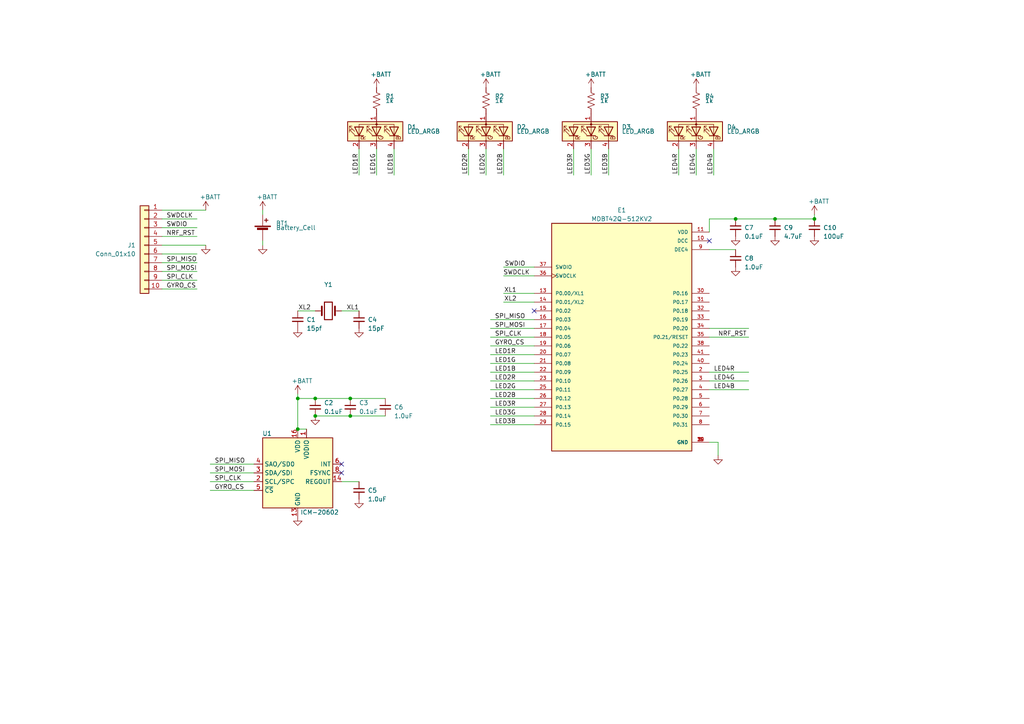
<source format=kicad_sch>
(kicad_sch (version 20201015) (generator eeschema)
  (page 1 1)
  (paper "A4")
  (lib_symbols
    (symbol "Connector_Generic:Conn_01x10" (pin_names (offset 1.016) hide)
      (property "Reference" "J" (at 0 12.7 0))
      (property "Value" "Conn_01x10" (at 0 -15.24 0))
      (symbol "Conn_01x10_1_1"
        (rectangle (start -1.27 -4.953) (end 0 -5.207) (stroke (width 0.1524)))
        (rectangle (start -1.27 -7.493) (end 0 -7.747) (stroke (width 0.1524)))
        (rectangle (start -1.27 -10.033) (end 0 -10.287) (stroke (width 0.1524)))
        (rectangle (start -1.27 -12.573) (end 0 -12.827) (stroke (width 0.1524)))
        (rectangle (start -1.27 -2.413) (end 0 -2.667) (stroke (width 0.1524)))
        (rectangle (start -1.27 2.667) (end 0 2.413) (stroke (width 0.1524)))
        (rectangle (start -1.27 5.207) (end 0 4.953) (stroke (width 0.1524)))
        (rectangle (start -1.27 7.747) (end 0 7.493) (stroke (width 0.1524)))
        (rectangle (start -1.27 10.287) (end 0 10.033) (stroke (width 0.1524)))
        (rectangle (start -1.27 11.43) (end 1.27 -13.97) (stroke (width 0.254)) (fill (type background)))
        (rectangle (start -1.27 0.127) (end 0 -0.127) (stroke (width 0.1524)))
        (pin passive line (at -5.08 10.16 0) (length 3.81) (name "Pin_1") (number "1"))
        (pin passive line (at -5.08 -12.7 0) (length 3.81) (name "Pin_10") (number "10"))
        (pin passive line (at -5.08 7.62 0) (length 3.81) (name "Pin_2") (number "2"))
        (pin passive line (at -5.08 5.08 0) (length 3.81) (name "Pin_3") (number "3"))
        (pin passive line (at -5.08 2.54 0) (length 3.81) (name "Pin_4") (number "4"))
        (pin passive line (at -5.08 0 0) (length 3.81) (name "Pin_5") (number "5"))
        (pin passive line (at -5.08 -2.54 0) (length 3.81) (name "Pin_6") (number "6"))
        (pin passive line (at -5.08 -5.08 0) (length 3.81) (name "Pin_7") (number "7"))
        (pin passive line (at -5.08 -7.62 0) (length 3.81) (name "Pin_8") (number "8"))
        (pin passive line (at -5.08 -10.16 0) (length 3.81) (name "Pin_9") (number "9"))
      )
    )
    (symbol "Device:Battery_Cell" (pin_numbers hide) (pin_names (offset 0) hide)
      (property "Reference" "BT" (at 2.54 2.54 0))
      (property "Value" "Battery_Cell" (at 2.54 0 0))
      (symbol "Battery_Cell_0_1"
        (rectangle (start -2.286 1.778) (end 2.286 1.524) (fill (type outline)))
        (rectangle (start -1.5748 1.1938) (end 1.4732 0.6858) (fill (type outline)))
        (polyline (pts (xy 0 0.762) (xy 0 0)))
        (polyline (pts (xy 0 1.778) (xy 0 2.54)))
        (polyline (pts (xy 0.508 3.429) (xy 1.524 3.429)) (stroke (width 0.254)))
        (polyline (pts (xy 1.016 3.937) (xy 1.016 2.921)) (stroke (width 0.254)))
      )
      (symbol "Battery_Cell_1_1"
        (pin passive line (at 0 5.08 270) (length 2.54) (name "+") (number "1"))
        (pin passive line (at 0 -2.54 90) (length 2.54) (name "-") (number "2"))
      )
    )
    (symbol "Device:C_Small" (pin_numbers hide) (pin_names (offset 0.254) hide)
      (property "Reference" "C" (at 0.254 1.778 0))
      (property "Value" "C_Small" (at 0.254 -2.032 0))
      (symbol "C_Small_0_1"
        (polyline (pts (xy -1.524 -0.508) (xy 1.524 -0.508)) (stroke (width 0.3302)))
        (polyline (pts (xy -1.524 0.508) (xy 1.524 0.508)) (stroke (width 0.3048)))
      )
      (symbol "C_Small_1_1"
        (pin passive line (at 0 2.54 270) (length 2.032) (name "~") (number "1"))
        (pin passive line (at 0 -2.54 90) (length 2.032) (name "~") (number "2"))
      )
    )
    (symbol "Device:Crystal" (pin_numbers hide) (pin_names (offset 1.016) hide)
      (property "Reference" "Y" (at 0 3.81 0))
      (property "Value" "Crystal" (at 0 -3.81 0))
      (symbol "Crystal_0_1"
        (rectangle (start -1.143 2.54) (end 1.143 -2.54) (stroke (width 0.3048)))
        (polyline (pts (xy -2.54 0) (xy -1.905 0)))
        (polyline (pts (xy -1.905 -1.27) (xy -1.905 1.27)) (stroke (width 0.508)))
        (polyline (pts (xy 1.905 -1.27) (xy 1.905 1.27)) (stroke (width 0.508)))
        (polyline (pts (xy 2.54 0) (xy 1.905 0)))
      )
      (symbol "Crystal_1_1"
        (pin passive line (at -3.81 0 0) (length 1.27) (name "1") (number "1"))
        (pin passive line (at 3.81 0 180) (length 1.27) (name "2") (number "2"))
      )
    )
    (symbol "Device:LED_ARGB" (pin_names (offset 0) hide)
      (property "Reference" "D" (at 0 9.398 0))
      (property "Value" "LED_ARGB" (at 0 -8.89 0))
      (symbol "LED_ARGB_0_1"
        (circle (center 2.032 0) (radius 0.254) (fill (type outline)))
        (rectangle (start 1.27 -1.27) (end 1.27 1.27))
        (rectangle (start 1.27 1.27) (end 1.27 1.27))
        (rectangle (start 1.27 3.81) (end 1.27 6.35))
        (rectangle (start 1.27 6.35) (end 1.27 6.35))
        (rectangle (start 2.794 8.382) (end -2.794 -7.62) (stroke (width 0.254)) (fill (type background)))
        (polyline (pts (xy -1.27 -5.08) (xy -2.54 -5.08)))
        (polyline (pts (xy -1.27 -5.08) (xy 1.27 -5.08)))
        (polyline (pts (xy -1.27 -3.81) (xy -1.27 -6.35)) (stroke (width 0.254)))
        (polyline (pts (xy -1.27 0) (xy -2.54 0)))
        (polyline (pts (xy -1.27 1.27) (xy -1.27 -1.27)) (stroke (width 0.254)))
        (polyline (pts (xy -1.27 5.08) (xy -2.54 5.08)))
        (polyline (pts (xy -1.27 5.08) (xy 1.27 5.08)))
        (polyline (pts (xy -1.27 6.35) (xy -1.27 3.81)) (stroke (width 0.254)))
        (polyline (pts (xy 1.27 0) (xy -1.27 0)))
        (polyline (pts (xy 1.27 0) (xy 2.54 0)))
        (polyline (pts (xy -1.27 1.27) (xy -1.27 -1.27) (xy -1.27 -1.27)))
        (polyline (pts (xy -1.27 6.35) (xy -1.27 3.81) (xy -1.27 3.81)))
        (polyline (pts (xy 1.27 -5.08) (xy 2.032 -5.08) (xy 2.032 5.08) (xy 1.27 5.08)))
        (polyline (pts (xy 1.27 -3.81) (xy 1.27 -6.35) (xy -1.27 -5.08) (xy 1.27 -3.81)) (stroke (width 0.254)))
        (polyline (pts (xy 1.27 1.27) (xy 1.27 -1.27) (xy -1.27 0) (xy 1.27 1.27)) (stroke (width 0.254)))
        (polyline (pts (xy 1.27 6.35) (xy 1.27 3.81) (xy -1.27 5.08) (xy 1.27 6.35)) (stroke (width 0.254)))
        (polyline (pts (xy -1.016 -3.81) (xy 0.508 -2.286) (xy -0.254 -2.286) (xy 0.508 -2.286) (xy 0.508 -3.048)))
        (polyline (pts (xy -1.016 1.27) (xy 0.508 2.794) (xy -0.254 2.794) (xy 0.508 2.794) (xy 0.508 2.032)))
        (polyline (pts (xy -1.016 6.35) (xy 0.508 7.874) (xy -0.254 7.874) (xy 0.508 7.874) (xy 0.508 7.112)))
        (polyline (pts (xy 0 -3.81) (xy 1.524 -2.286) (xy 0.762 -2.286) (xy 1.524 -2.286) (xy 1.524 -3.048)))
        (polyline (pts (xy 0 1.27) (xy 1.524 2.794) (xy 0.762 2.794) (xy 1.524 2.794) (xy 1.524 2.032)))
        (polyline (pts (xy 0 6.35) (xy 1.524 7.874) (xy 0.762 7.874) (xy 1.524 7.874) (xy 1.524 7.112)))
      )
      (symbol "LED_ARGB_0_0"
        (text "B" (at -1.905 -6.35 0) (effects (font (size 1.27 1.27))))
        (text "G" (at -1.905 -1.27 0) (effects (font (size 1.27 1.27))))
        (text "R" (at -1.905 3.81 0) (effects (font (size 1.27 1.27))))
      )
      (symbol "LED_ARGB_1_1"
        (pin passive line (at 5.08 0 180) (length 2.54) (name "A") (number "1"))
        (pin passive line (at -5.08 5.08 0) (length 2.54) (name "RK") (number "2"))
        (pin passive line (at -5.08 0 0) (length 2.54) (name "GK") (number "3"))
        (pin passive line (at -5.08 -5.08 0) (length 2.54) (name "BK") (number "4"))
      )
    )
    (symbol "Device:R_US" (pin_numbers hide) (pin_names (offset 0))
      (property "Reference" "R" (at 2.54 0 90))
      (property "Value" "R_US" (at -2.54 0 90))
      (symbol "R_US_0_1"
        (polyline (pts (xy 0 -2.286) (xy 0 -2.54)))
        (polyline (pts (xy 0 2.286) (xy 0 2.54)))
        (polyline (pts (xy 0 -0.762) (xy 1.016 -1.143) (xy 0 -1.524) (xy -1.016 -1.905) (xy 0 -2.286)))
        (polyline (pts (xy 0 0.762) (xy 1.016 0.381) (xy 0 0) (xy -1.016 -0.381) (xy 0 -0.762)))
        (polyline (pts (xy 0 2.286) (xy 1.016 1.905) (xy 0 1.524) (xy -1.016 1.143) (xy 0 0.762)))
      )
      (symbol "R_US_1_1"
        (pin passive line (at 0 3.81 270) (length 1.27) (name "~") (number "1"))
        (pin passive line (at 0 -3.81 90) (length 1.27) (name "~") (number "2"))
      )
    )
    (symbol "MDBT42Q-512KV2:MDBT42Q-512KV2" (pin_names (offset 1.016))
      (property "Reference" "E" (at -20.32 34.29 0))
      (property "Value" "MDBT42Q-512KV2" (at -20.32 -35.56 0))
      (symbol "MDBT42Q-512KV2_0_0"
        (rectangle (start -20.32 -33.02) (end 20.32 33.02) (stroke (width 0.254)) (fill (type background)))
        (pin bidirectional line (at 25.4 -10.16 180) (length 5.08) (name "P0.25") (number "2"))
        (pin bidirectional line (at 25.4 -12.7 180) (length 5.08) (name "P0.26") (number "3"))
        (pin bidirectional line (at 25.4 -15.24 180) (length 5.08) (name "P0.27") (number "4"))
        (pin bidirectional line (at 25.4 -17.78 180) (length 5.08) (name "P0.28") (number "5"))
        (pin bidirectional line (at 25.4 -20.32 180) (length 5.08) (name "P0.29") (number "6"))
        (pin bidirectional line (at 25.4 -22.86 180) (length 5.08) (name "P0.30") (number "7"))
        (pin bidirectional line (at 25.4 -25.4 180) (length 5.08) (name "P0.31") (number "8"))
        (pin power_in line (at 25.4 25.4 180) (length 5.08) (name "DEC4") (number "9"))
        (pin power_in line (at 25.4 27.94 180) (length 5.08) (name "DCC") (number "10"))
        (pin power_in line (at 25.4 30.48 180) (length 5.08) (name "VDD") (number "11"))
        (pin bidirectional line (at -25.4 12.7 0) (length 5.08) (name "P0.00/XL1") (number "13"))
        (pin bidirectional line (at -25.4 10.16 0) (length 5.08) (name "P0.01/XL2") (number "14"))
        (pin bidirectional line (at -25.4 7.62 0) (length 5.08) (name "P0.02") (number "15"))
        (pin bidirectional line (at -25.4 5.08 0) (length 5.08) (name "P0.03") (number "16"))
        (pin bidirectional line (at -25.4 2.54 0) (length 5.08) (name "P0.04") (number "17"))
        (pin bidirectional line (at -25.4 0 0) (length 5.08) (name "P0.05") (number "18"))
        (pin bidirectional line (at -25.4 -2.54 0) (length 5.08) (name "P0.06") (number "19"))
        (pin bidirectional line (at -25.4 -5.08 0) (length 5.08) (name "P0.07") (number "20"))
        (pin bidirectional line (at -25.4 -7.62 0) (length 5.08) (name "P0.08") (number "21"))
        (pin bidirectional line (at -25.4 -10.16 0) (length 5.08) (name "P0.09") (number "22"))
        (pin bidirectional line (at -25.4 -12.7 0) (length 5.08) (name "P0.10") (number "23"))
        (pin bidirectional line (at -25.4 -15.24 0) (length 5.08) (name "P0.11") (number "25"))
        (pin bidirectional line (at -25.4 -17.78 0) (length 5.08) (name "P0.12") (number "26"))
        (pin bidirectional line (at -25.4 -20.32 0) (length 5.08) (name "P0.13") (number "27"))
        (pin bidirectional line (at -25.4 -22.86 0) (length 5.08) (name "P0.14") (number "28"))
        (pin bidirectional line (at -25.4 -25.4 0) (length 5.08) (name "P0.15") (number "29"))
        (pin bidirectional line (at 25.4 12.7 180) (length 5.08) (name "P0.16") (number "30"))
        (pin bidirectional line (at 25.4 10.16 180) (length 5.08) (name "P0.17") (number "31"))
        (pin bidirectional line (at 25.4 7.62 180) (length 5.08) (name "P0.18") (number "32"))
        (pin bidirectional line (at 25.4 5.08 180) (length 5.08) (name "P0.19") (number "33"))
        (pin bidirectional line (at 25.4 2.54 180) (length 5.08) (name "P0.20") (number "34"))
        (pin bidirectional line (at 25.4 0 180) (length 5.08) (name "P0.21/RESET") (number "35"))
        (pin input clock (at -25.4 17.78 0) (length 5.08) (name "SWDCLK") (number "36"))
        (pin bidirectional line (at -25.4 20.32 0) (length 5.08) (name "SWDIO") (number "37"))
        (pin bidirectional line (at 25.4 -2.54 180) (length 5.08) (name "P0.22") (number "38"))
        (pin power_in line (at 25.4 -30.48 180) (length 5.08) (name "GND") (number "1"))
        (pin power_in line (at 25.4 -30.48 180) (length 5.08) (name "GND") (number "12"))
        (pin power_in line (at 25.4 -30.48 180) (length 5.08) (name "GND") (number "24"))
        (pin power_in line (at 25.4 -30.48 180) (length 5.08) (name "GND") (number "39"))
        (pin bidirectional line (at 25.4 -7.62 180) (length 5.08) (name "P0.24") (number "40"))
        (pin bidirectional line (at 25.4 -5.08 180) (length 5.08) (name "P0.23") (number "41"))
      )
    )
    (symbol "Sensor_Motion:ICM-20602"
      (property "Reference" "U" (at -10.16 11.43 0))
      (property "Value" "ICM-20602" (at 10.16 11.43 0))
      (symbol "ICM-20602_0_1"
        (rectangle (start -10.16 10.16) (end 10.16 -10.16) (stroke (width 0.254)) (fill (type background)))
      )
      (symbol "ICM-20602_1_1"
        (pin power_in line (at 2.54 12.7 270) (length 2.54) (name "VDDIO") (number "1"))
        (pin passive line (at 0 -12.7 90) (length 2.54) hide (name "GND") (number "10"))
        (pin passive line (at 0 -12.7 90) (length 2.54) hide (name "GND") (number "11"))
        (pin passive line (at 0 -12.7 90) (length 2.54) hide (name "GND") (number "12"))
        (pin power_in line (at 0 -12.7 90) (length 2.54) (name "GND") (number "13"))
        (pin passive line (at 12.7 -2.54 180) (length 2.54) (name "REGOUT") (number "14"))
        (pin passive line (at 0 -12.7 90) (length 2.54) hide (name "GND") (number "15"))
        (pin power_in line (at 0 12.7 270) (length 2.54) (name "VDD") (number "16"))
        (pin input line (at -12.7 -2.54 0) (length 2.54) (name "SCL/SPC") (number "2"))
        (pin bidirectional line (at -12.7 0 0) (length 2.54) (name "SDA/SDI") (number "3"))
        (pin bidirectional line (at -12.7 2.54 0) (length 2.54) (name "SAO/SD0") (number "4"))
        (pin input line (at -12.7 -5.08 0) (length 2.54) (name "~CS") (number "5"))
        (pin output line (at 12.7 2.54 180) (length 2.54) (name "INT") (number "6"))
        (pin unconnected line (at -10.16 5.08 0) (length 2.54) hide (name "RESV") (number "7"))
        (pin input line (at 12.7 0 180) (length 2.54) (name "FSYNC") (number "8"))
        (pin passive line (at 0 -12.7 90) (length 2.54) hide (name "GND") (number "9"))
      )
    )
    (symbol "power:+BATT" (power) (pin_names (offset 0))
      (property "Value" "+BATT" (at 0 3.556 0))
      (symbol "+BATT_0_1"
        (polyline (pts (xy -0.762 1.27) (xy 0 2.54)))
        (polyline (pts (xy 0 0) (xy 0 2.54)))
        (polyline (pts (xy 0 2.54) (xy 0.762 1.27)))
      )
      (symbol "+BATT_1_1"
        (pin power_in line (at 0 0 90) (length 0) hide (name "+BATT") (number "1"))
      )
    )
    (symbol "power:GND" (power) (pin_names (offset 0))
      (property "Value" "GND" (at 0 -3.81 0))
      (symbol "GND_0_1"
        (polyline (pts (xy 0 0) (xy 0 -1.27) (xy 1.27 -1.27) (xy 0 -2.54) (xy -1.27 -1.27) (xy 0 -1.27)))
      )
      (symbol "GND_1_1"
        (pin power_in line (at 0 0 270) (length 0) hide (name "GND") (number "1"))
      )
    )
  )
  (junction (at 86.36 115.57) (diameter 0.9144))
  (junction (at 86.36 124.46) (diameter 0.9144))
  (junction (at 91.44 115.57) (diameter 0.9144))
  (junction (at 91.44 120.65) (diameter 0.9144))
  (junction (at 101.6 115.57) (diameter 0.9144))
  (junction (at 101.6 120.65) (diameter 0.9144))
  (junction (at 213.36 63.5) (diameter 0.9144))
  (junction (at 224.79 63.5) (diameter 0.9144))
  (junction (at 236.22 63.5) (diameter 0.9144))
  (no_connect (at 154.94 90.17))
  (no_connect (at 99.06 134.62))
  (no_connect (at 99.06 137.16))
  (no_connect (at 205.74 69.85))
  (wire (pts (xy 46.99 60.96) (xy 59.69 60.96)))
  (wire (pts (xy 46.99 63.5) (xy 57.15 63.5)))
  (wire (pts (xy 46.99 66.04) (xy 57.15 66.04)))
  (wire (pts (xy 46.99 68.58) (xy 57.15 68.58)))
  (wire (pts (xy 46.99 71.12) (xy 59.69 71.12)))
  (wire (pts (xy 46.99 73.66) (xy 57.15 73.66)))
  (wire (pts (xy 46.99 76.2) (xy 57.15 76.2)))
  (wire (pts (xy 46.99 78.74) (xy 57.15 78.74)))
  (wire (pts (xy 46.99 81.28) (xy 57.15 81.28)))
  (wire (pts (xy 46.99 83.82) (xy 57.15 83.82)))
  (wire (pts (xy 60.96 134.62) (xy 73.66 134.62)))
  (wire (pts (xy 60.96 137.16) (xy 73.66 137.16)))
  (wire (pts (xy 60.96 139.7) (xy 73.66 139.7)))
  (wire (pts (xy 60.96 142.24) (xy 73.66 142.24)))
  (wire (pts (xy 76.2 60.96) (xy 76.2 62.23)))
  (wire (pts (xy 76.2 69.85) (xy 76.2 71.12)))
  (wire (pts (xy 86.36 90.17) (xy 91.44 90.17)))
  (wire (pts (xy 86.36 114.3) (xy 86.36 115.57)))
  (wire (pts (xy 86.36 115.57) (xy 86.36 124.46)))
  (wire (pts (xy 86.36 115.57) (xy 91.44 115.57)))
  (wire (pts (xy 86.36 124.46) (xy 88.9 124.46)))
  (wire (pts (xy 91.44 115.57) (xy 101.6 115.57)))
  (wire (pts (xy 91.44 120.65) (xy 101.6 120.65)))
  (wire (pts (xy 99.06 90.17) (xy 104.14 90.17)))
  (wire (pts (xy 99.06 139.7) (xy 104.14 139.7)))
  (wire (pts (xy 101.6 115.57) (xy 111.76 115.57)))
  (wire (pts (xy 101.6 120.65) (xy 111.76 120.65)))
  (wire (pts (xy 104.14 43.18) (xy 104.14 50.8)))
  (wire (pts (xy 109.22 43.18) (xy 109.22 50.8)))
  (wire (pts (xy 114.3 43.18) (xy 114.3 50.8)))
  (wire (pts (xy 135.89 43.18) (xy 135.89 50.8)))
  (wire (pts (xy 140.97 43.18) (xy 140.97 50.8)))
  (wire (pts (xy 142.24 92.71) (xy 154.94 92.71)))
  (wire (pts (xy 142.24 95.25) (xy 154.94 95.25)))
  (wire (pts (xy 142.24 97.79) (xy 154.94 97.79)))
  (wire (pts (xy 142.24 100.33) (xy 154.94 100.33)))
  (wire (pts (xy 142.24 102.87) (xy 154.94 102.87)))
  (wire (pts (xy 142.24 105.41) (xy 154.94 105.41)))
  (wire (pts (xy 142.24 107.95) (xy 154.94 107.95)))
  (wire (pts (xy 142.24 110.49) (xy 154.94 110.49)))
  (wire (pts (xy 142.24 113.03) (xy 154.94 113.03)))
  (wire (pts (xy 142.24 115.57) (xy 154.94 115.57)))
  (wire (pts (xy 142.24 118.11) (xy 154.94 118.11)))
  (wire (pts (xy 142.24 120.65) (xy 154.94 120.65)))
  (wire (pts (xy 142.24 123.19) (xy 154.94 123.19)))
  (wire (pts (xy 146.05 43.18) (xy 146.05 50.8)))
  (wire (pts (xy 146.05 77.47) (xy 154.94 77.47)))
  (wire (pts (xy 146.05 80.01) (xy 154.94 80.01)))
  (wire (pts (xy 146.05 85.09) (xy 154.94 85.09)))
  (wire (pts (xy 146.05 87.63) (xy 154.94 87.63)))
  (wire (pts (xy 166.37 43.18) (xy 166.37 50.8)))
  (wire (pts (xy 171.45 43.18) (xy 171.45 50.8)))
  (wire (pts (xy 176.53 43.18) (xy 176.53 50.8)))
  (wire (pts (xy 196.85 43.18) (xy 196.85 50.8)))
  (wire (pts (xy 201.93 43.18) (xy 201.93 50.8)))
  (wire (pts (xy 205.74 63.5) (xy 205.74 67.31)))
  (wire (pts (xy 205.74 63.5) (xy 213.36 63.5)))
  (wire (pts (xy 205.74 72.39) (xy 213.36 72.39)))
  (wire (pts (xy 205.74 95.25) (xy 217.17 95.25)))
  (wire (pts (xy 205.74 97.79) (xy 217.17 97.79)))
  (wire (pts (xy 205.74 107.95) (xy 217.17 107.95)))
  (wire (pts (xy 205.74 110.49) (xy 217.17 110.49)))
  (wire (pts (xy 205.74 113.03) (xy 217.17 113.03)))
  (wire (pts (xy 207.01 43.18) (xy 207.01 50.8)))
  (wire (pts (xy 208.28 128.27) (xy 205.74 128.27)))
  (wire (pts (xy 208.28 132.08) (xy 208.28 128.27)))
  (wire (pts (xy 213.36 63.5) (xy 224.79 63.5)))
  (wire (pts (xy 224.79 63.5) (xy 236.22 63.5)))
  (wire (pts (xy 236.22 62.23) (xy 236.22 63.5)))
  (label "SWDCLK" (at 48.26 63.5 0))
  (label "SWDIO" (at 48.26 66.04 0))
  (label "NRF_RST" (at 48.26 68.58 0))
  (label "SPI_MISO" (at 48.26 76.2 0))
  (label "SPI_MOSI" (at 48.26 78.74 0))
  (label "SPI_CLK" (at 48.26 81.28 0))
  (label "GYRO_CS" (at 48.26 83.82 0))
  (label "SPI_MISO" (at 62.23 134.62 0))
  (label "SPI_MOSI" (at 62.23 137.16 0))
  (label "SPI_CLK" (at 62.23 139.7 0))
  (label "GYRO_CS" (at 62.23 142.24 0))
  (label "XL2" (at 90.17 90.17 180))
  (label "LED1R" (at 104.14 44.45 270))
  (label "XL1" (at 104.14 90.17 180))
  (label "LED1G" (at 109.22 44.45 270))
  (label "LED1B" (at 114.3 44.45 270))
  (label "LED2R" (at 135.89 44.45 270))
  (label "LED2G" (at 140.97 44.45 270))
  (label "SPI_MISO" (at 143.51 92.71 0))
  (label "SPI_MOSI" (at 143.51 95.25 0))
  (label "SPI_CLK" (at 143.51 97.79 0))
  (label "GYRO_CS" (at 143.51 100.33 0))
  (label "LED1R" (at 143.51 102.87 0))
  (label "LED1G" (at 143.51 105.41 0))
  (label "LED1B" (at 143.51 107.95 0))
  (label "LED2R" (at 143.51 110.49 0))
  (label "LED2G" (at 143.51 113.03 0))
  (label "LED2B" (at 143.51 115.57 0))
  (label "LED3R" (at 143.51 118.11 0))
  (label "LED3G" (at 143.51 120.65 0))
  (label "LED3B" (at 143.51 123.19 0))
  (label "LED2B" (at 146.05 44.45 270))
  (label "XL1" (at 149.86 85.09 180))
  (label "XL2" (at 149.86 87.63 180))
  (label "SWDIO" (at 152.4 77.47 180))
  (label "SWDCLK" (at 153.67 80.01 180))
  (label "LED3R" (at 166.37 44.45 270))
  (label "LED3G" (at 171.45 44.45 270))
  (label "LED3B" (at 176.53 44.45 270))
  (label "LED4R" (at 196.85 44.45 270))
  (label "LED4G" (at 201.93 44.45 270))
  (label "LED4B" (at 207.01 44.45 270))
  (label "LED4R" (at 207.01 107.95 0))
  (label "LED4G" (at 207.01 110.49 0))
  (label "LED4B" (at 207.01 113.03 0))
  (label "NRF_RST" (at 208.28 97.79 0))
  (symbol (lib_id "power:+BATT") (at 59.69 60.96 0) (unit 1)
    (property "Reference" "#PWR0103" (effects hide))
    (property "Value" "+BATT" (at 60.96 57.15 0))
  )
  (symbol (lib_id "power:+BATT") (at 76.2 60.96 0) (unit 1)
    (property "Reference" "#PWR0104" (effects hide))
    (property "Value" "+BATT" (at 77.47 57.15 0))
  )
  (symbol (lib_id "power:+BATT") (at 86.36 114.3 0) (unit 1)
    (property "Reference" "#PWR0112" (effects hide))
    (property "Value" "+BATT" (at 87.63 110.49 0))
  )
  (symbol (lib_id "power:+BATT") (at 109.22 25.4 0) (unit 1)
    (property "Reference" "#PWR0111" (effects hide))
    (property "Value" "+BATT" (at 110.49 21.59 0))
  )
  (symbol (lib_id "power:+BATT") (at 140.97 25.4 0) (unit 1)
    (property "Reference" "#PWR0110" (effects hide))
    (property "Value" "+BATT" (at 142.24 21.59 0))
  )
  (symbol (lib_id "power:+BATT") (at 171.45 25.4 0) (unit 1)
    (property "Reference" "#PWR0109" (effects hide))
    (property "Value" "+BATT" (at 172.72 21.59 0))
  )
  (symbol (lib_id "power:+BATT") (at 201.93 25.4 0) (unit 1)
    (property "Reference" "#PWR0108" (effects hide))
    (property "Value" "+BATT" (at 203.2 21.59 0))
  )
  (symbol (lib_id "power:+BATT") (at 236.22 62.23 0) (unit 1)
    (property "Reference" "#PWR0105" (effects hide))
    (property "Value" "+BATT" (at 237.49 58.42 0))
  )
  (symbol (lib_id "power:GND") (at 59.69 71.12 0) (unit 1)
    (property "Reference" "#PWR0102" (effects hide))
    (property "Value" "GND" (effects hide))
  )
  (symbol (lib_id "power:GND") (at 76.2 71.12 0) (unit 1)
    (property "Reference" "#PWR0101" (effects hide))
    (property "Value" "GND" (effects hide))
  )
  (symbol (lib_id "power:GND") (at 86.36 95.25 0) (unit 1)
    (property "Reference" "#PWR0113" (effects hide))
    (property "Value" "GND" (effects hide))
  )
  (symbol (lib_id "power:GND") (at 86.36 149.86 0) (unit 1)
    (property "Reference" "#PWR0115" (effects hide))
    (property "Value" "GND" (effects hide))
  )
  (symbol (lib_id "power:GND") (at 91.44 120.65 0) (unit 1)
    (property "Reference" "#PWR0117" (effects hide))
    (property "Value" "GND" (effects hide))
  )
  (symbol (lib_id "power:GND") (at 104.14 95.25 0) (unit 1)
    (property "Reference" "#PWR0114" (effects hide))
    (property "Value" "GND" (effects hide))
  )
  (symbol (lib_id "power:GND") (at 104.14 144.78 0) (unit 1)
    (property "Reference" "#PWR0116" (effects hide))
    (property "Value" "GND" (effects hide))
  )
  (symbol (lib_id "power:GND") (at 208.28 132.08 0) (unit 1)
    (property "Reference" "#PWR0118" (effects hide))
    (property "Value" "GND" (effects hide))
  )
  (symbol (lib_id "power:GND") (at 213.36 68.58 0) (unit 1)
    (property "Reference" "#PWR0120" (effects hide))
    (property "Value" "GND" (effects hide))
  )
  (symbol (lib_id "power:GND") (at 213.36 77.47 0) (unit 1)
    (property "Reference" "#PWR0119" (effects hide))
    (property "Value" "GND" (effects hide))
  )
  (symbol (lib_id "power:GND") (at 224.79 68.58 0) (unit 1)
    (property "Reference" "#PWR0106" (effects hide))
    (property "Value" "GND" (effects hide))
  )
  (symbol (lib_id "power:GND") (at 236.22 68.58 0) (unit 1)
    (property "Reference" "#PWR0107" (effects hide))
    (property "Value" "GND" (effects hide))
  )
  (symbol (lib_id "Device:R_US") (at 109.22 29.21 0) (unit 1)
    (property "Reference" "R1" (at 111.76 27.94 0) (effects (justify left)))
    (property "Value" "1k" (at 111.76 29.21 0) (effects (justify left)))
    (property "Footprint" "Resistor_SMD:R_0402_1005Metric_Pad0.72x0.64mm_HandSolder" (effects hide))
  )
  (symbol (lib_id "Device:R_US") (at 140.97 29.21 0) (unit 1)
    (property "Reference" "R2" (at 143.51 27.94 0) (effects (justify left)))
    (property "Value" "1k" (at 143.51 29.21 0) (effects (justify left)))
    (property "Footprint" "Resistor_SMD:R_0402_1005Metric_Pad0.72x0.64mm_HandSolder" (effects hide))
  )
  (symbol (lib_id "Device:R_US") (at 171.45 29.21 0) (unit 1)
    (property "Reference" "R3" (at 173.99 27.94 0) (effects (justify left)))
    (property "Value" "1k" (at 173.99 29.21 0) (effects (justify left)))
    (property "Footprint" "Resistor_SMD:R_0402_1005Metric_Pad0.72x0.64mm_HandSolder" (effects hide))
  )
  (symbol (lib_id "Device:R_US") (at 201.93 29.21 0) (unit 1)
    (property "Reference" "R4" (at 204.47 27.94 0) (effects (justify left)))
    (property "Value" "1k" (at 204.47 29.21 0) (effects (justify left)))
    (property "Footprint" "Resistor_SMD:R_0402_1005Metric_Pad0.72x0.64mm_HandSolder" (effects hide))
  )
  (symbol (lib_id "Device:C_Small") (at 86.36 92.71 0) (unit 1)
    (property "Reference" "C1" (at 88.9 92.71 0) (effects (justify left)))
    (property "Value" "15pf" (at 88.9 95.25 0) (effects (justify left)))
    (property "Footprint" "Capacitor_SMD:C_0402_1005Metric_Pad0.74x0.62mm_HandSolder" (effects hide))
  )
  (symbol (lib_id "Device:C_Small") (at 91.44 118.11 0) (unit 1)
    (property "Reference" "C2" (at 93.98 116.84 0) (effects (justify left)))
    (property "Value" "0.1uF" (at 93.98 119.38 0) (effects (justify left)))
    (property "Footprint" "Capacitor_SMD:C_0402_1005Metric_Pad0.74x0.62mm_HandSolder" (effects hide))
  )
  (symbol (lib_id "Device:C_Small") (at 101.6 118.11 0) (unit 1)
    (property "Reference" "C3" (at 104.14 116.84 0) (effects (justify left)))
    (property "Value" "0.1uF" (at 104.14 119.38 0) (effects (justify left)))
    (property "Footprint" "Capacitor_SMD:C_0402_1005Metric_Pad0.74x0.62mm_HandSolder" (effects hide))
  )
  (symbol (lib_id "Device:C_Small") (at 104.14 92.71 0) (unit 1)
    (property "Reference" "C4" (at 106.68 92.71 0) (effects (justify left)))
    (property "Value" "15pF" (at 106.68 95.25 0) (effects (justify left)))
    (property "Footprint" "Capacitor_SMD:C_0402_1005Metric_Pad0.74x0.62mm_HandSolder" (effects hide))
  )
  (symbol (lib_id "Device:C_Small") (at 104.14 142.24 0) (unit 1)
    (property "Reference" "C5" (at 106.68 142.24 0) (effects (justify left)))
    (property "Value" "1.0uF" (at 106.68 144.78 0) (effects (justify left)))
    (property "Footprint" "Capacitor_SMD:C_0402_1005Metric_Pad0.74x0.62mm_HandSolder" (effects hide))
  )
  (symbol (lib_id "Device:C_Small") (at 111.76 118.11 0) (unit 1)
    (property "Reference" "C6" (at 114.3 118.11 0) (effects (justify left)))
    (property "Value" "1.0uF" (at 114.3 120.65 0) (effects (justify left)))
    (property "Footprint" "Capacitor_SMD:C_0402_1005Metric_Pad0.74x0.62mm_HandSolder" (effects hide))
  )
  (symbol (lib_id "Device:C_Small") (at 213.36 66.04 0) (unit 1)
    (property "Reference" "C7" (at 215.9 66.04 0) (effects (justify left)))
    (property "Value" "0.1uF" (at 215.9 68.58 0) (effects (justify left)))
    (property "Footprint" "Capacitor_SMD:C_0402_1005Metric_Pad0.74x0.62mm_HandSolder" (effects hide))
  )
  (symbol (lib_id "Device:C_Small") (at 213.36 74.93 0) (unit 1)
    (property "Reference" "C8" (at 215.9 74.93 0) (effects (justify left)))
    (property "Value" "1.0uF" (at 215.9 77.47 0) (effects (justify left)))
    (property "Footprint" "Capacitor_SMD:C_0402_1005Metric_Pad0.74x0.62mm_HandSolder" (effects hide))
  )
  (symbol (lib_id "Device:C_Small") (at 224.79 66.04 0) (unit 1)
    (property "Reference" "C9" (at 227.33 66.04 0) (effects (justify left)))
    (property "Value" "4.7uF" (at 227.33 68.58 0) (effects (justify left)))
    (property "Footprint" "Capacitor_SMD:C_0402_1005Metric_Pad0.74x0.62mm_HandSolder" (effects hide))
  )
  (symbol (lib_id "Device:C_Small") (at 236.22 66.04 0) (unit 1)
    (property "Reference" "C10" (at 238.76 66.04 0) (effects (justify left)))
    (property "Value" "100uF" (at 238.76 68.58 0) (effects (justify left)))
    (property "Footprint" "Capacitor_SMD:C_1210_3225Metric_Pad1.33x2.70mm_HandSolder" (effects hide))
    (property "Datasheet" "https://ds.yuden.co.jp/TYCOMPAS/ut/detail?pn=JMK325ABJ107MM-P%20%20&u=M" (effects hide))
    (property "MFPN" "JMK325ABJ107MM-P" (effects hide))
    (property "DigiKeyPN" "587-4313-1-ND" (effects hide))
  )
  (symbol (lib_id "Device:Battery_Cell") (at 76.2 67.31 0) (unit 1)
    (property "Reference" "BT1" (at 80.01 64.77 0) (effects (justify left)))
    (property "Value" "Battery_Cell" (at 80.01 66.04 0) (effects (justify left)))
    (property "Footprint" "Battery:BatteryHolder_Keystone_3002_1x2032" (effects hide))
    (property "MFPN" "3002" (effects hide))
    (property "DigiKeyPN" "36-3002-ND" (effects hide))
    (property "Manufacturer" "Keystone Electronics" (effects hide))
  )
  (symbol (lib_id "Device:Crystal") (at 95.25 90.17 0) (unit 1)
    (property "Reference" "Y1" (at 95.25 82.55 0))
    (property "Value" "Crystal" (effects hide))
    (property "Footprint" "05-TinyBLE:FC-12M 32.7680KA-A3" (effects hide))
  )
  (symbol (lib_id "Connector_Generic:Conn_01x10") (at 41.91 71.12 0) (mirror y) (unit 1)
    (property "Reference" "J1" (at 39.37 71.12 0) (effects (justify left)))
    (property "Value" "Conn_01x10" (at 39.37 73.66 0) (effects (justify left)))
    (property "Footprint" "Connector_PinHeader_2.54mm:PinHeader_1x10_P2.54mm_Vertical" (effects hide))
  )
  (symbol (lib_id "Device:LED_ARGB") (at 109.22 38.1 90) (unit 1)
    (property "Reference" "D1" (at 118.11 36.83 90) (effects (justify right)))
    (property "Value" "LED_ARGB" (at 118.11 38.1 90) (effects (justify right)))
    (property "Footprint" "LED_SMD:LED_Lumex_SML-LX0303SIUPGUSB" (effects hide))
  )
  (symbol (lib_id "Device:LED_ARGB") (at 140.97 38.1 90) (unit 1)
    (property "Reference" "D2" (at 149.86 36.83 90) (effects (justify right)))
    (property "Value" "LED_ARGB" (at 149.86 38.1 90) (effects (justify right)))
    (property "Footprint" "LED_SMD:LED_Lumex_SML-LX0303SIUPGUSB" (effects hide))
  )
  (symbol (lib_id "Device:LED_ARGB") (at 171.45 38.1 90) (unit 1)
    (property "Reference" "D3" (at 180.34 36.83 90) (effects (justify right)))
    (property "Value" "LED_ARGB" (at 180.34 38.1 90) (effects (justify right)))
    (property "Footprint" "LED_SMD:LED_Lumex_SML-LX0303SIUPGUSB" (effects hide))
  )
  (symbol (lib_id "Device:LED_ARGB") (at 201.93 38.1 90) (unit 1)
    (property "Reference" "D4" (at 210.82 36.83 90) (effects (justify right)))
    (property "Value" "LED_ARGB" (at 210.82 38.1 90) (effects (justify right)))
    (property "Footprint" "LED_SMD:LED_Lumex_SML-LX0303SIUPGUSB" (effects hide))
  )
  (symbol (lib_id "Sensor_Motion:ICM-20602") (at 86.36 137.16 0) (unit 1)
    (property "Reference" "U1" (at 77.47 125.73 0))
    (property "Value" "ICM-20602" (at 92.71 148.59 0))
    (property "Footprint" "06-MiniBLE:QFN50P400X400X105-24N" (effects hide))
    (property "Datasheet" "http://www.invensense.com/wp-content/uploads/2016/10/DS-000176-ICM-20602-v1.0.pdf" (effects hide))
  )
  (symbol (lib_id "MDBT42Q-512KV2:MDBT42Q-512KV2") (at 180.34 97.79 0) (unit 1)
    (property "Reference" "E1" (at 180.34 60.96 0))
    (property "Value" "MDBT42Q-512KV2" (at 180.34 63.5 0))
    (property "Footprint" "06-MiniBLE:RAYTAC_MDBT42Q-512KV2" (effects hide))
    (property "MANUFACTURER" "Raytac" (effects hide))
    (property "PARTREV" "J" (effects hide))
    (property "STANDARD" "Manufacturer Recommendations" (effects hide))
    (property "MAXIMUM_PACKAGE_HEIGHT" "2.2mm" (effects hide))
  )
)
</source>
